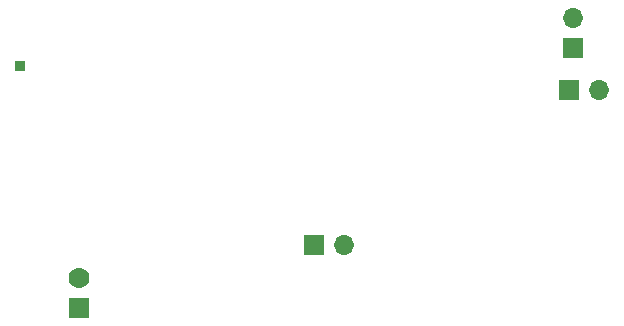
<source format=gbr>
G04 #@! TF.FileFunction,Soldermask,Bot*
%FSLAX46Y46*%
G04 Gerber Fmt 4.6, Leading zero omitted, Abs format (unit mm)*
G04 Created by KiCad (PCBNEW 4.0.7) date 01/02/18 22:23:31*
%MOMM*%
%LPD*%
G01*
G04 APERTURE LIST*
%ADD10C,0.100000*%
%ADD11R,1.765240X1.765240*%
%ADD12C,1.765240*%
%ADD13R,1.715240X1.715240*%
%ADD14O,1.715240X1.715240*%
%ADD15R,0.865240X0.865240*%
G04 APERTURE END LIST*
D10*
D11*
X116300000Y-120200000D03*
D12*
X116300000Y-117700000D03*
D13*
X157800000Y-101800000D03*
D14*
X160340000Y-101800000D03*
D13*
X158100000Y-98200000D03*
D14*
X158100000Y-95660000D03*
D13*
X136200000Y-114900000D03*
D14*
X138740000Y-114900000D03*
D15*
X111300000Y-99700000D03*
M02*

</source>
